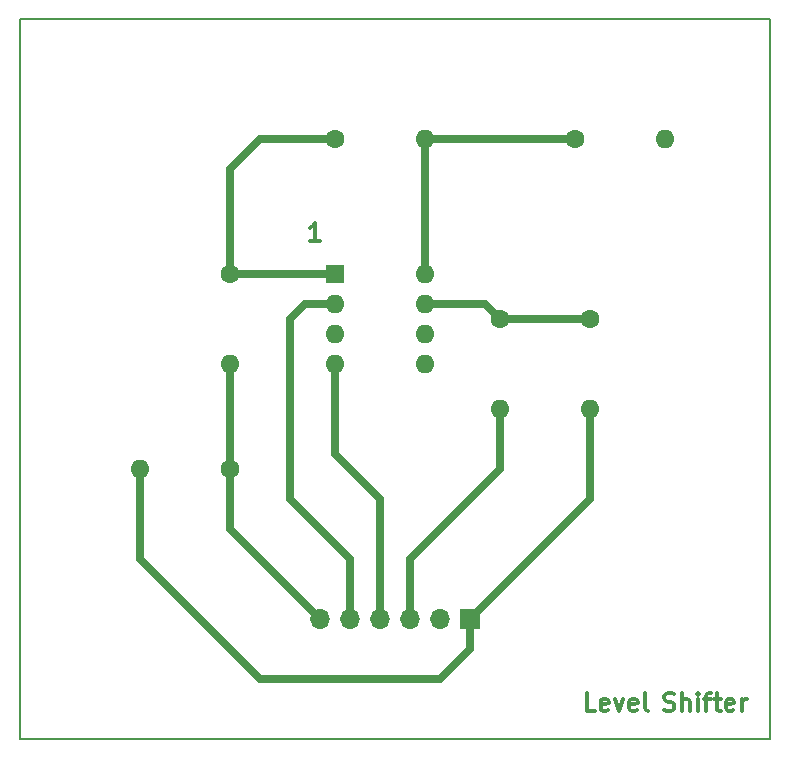
<source format=gbr>
%TF.GenerationSoftware,KiCad,Pcbnew,(7.0.0)*%
%TF.CreationDate,2024-03-15T09:40:47-04:00*%
%TF.ProjectId,DC-Offset-Amp,44432d4f-6666-4736-9574-2d416d702e6b,rev?*%
%TF.SameCoordinates,Original*%
%TF.FileFunction,Copper,L1,Top*%
%TF.FilePolarity,Positive*%
%FSLAX46Y46*%
G04 Gerber Fmt 4.6, Leading zero omitted, Abs format (unit mm)*
G04 Created by KiCad (PCBNEW (7.0.0)) date 2024-03-15 09:40:47*
%MOMM*%
%LPD*%
G01*
G04 APERTURE LIST*
%ADD10C,0.300000*%
%TA.AperFunction,NonConductor*%
%ADD11C,0.300000*%
%TD*%
%TA.AperFunction,NonConductor*%
%ADD12C,0.200000*%
%TD*%
%TA.AperFunction,ComponentPad*%
%ADD13O,1.600000X1.600000*%
%TD*%
%TA.AperFunction,ComponentPad*%
%ADD14R,1.600000X1.600000*%
%TD*%
%TA.AperFunction,ComponentPad*%
%ADD15C,1.600000*%
%TD*%
%TA.AperFunction,ComponentPad*%
%ADD16O,1.700000X1.700000*%
%TD*%
%TA.AperFunction,ComponentPad*%
%ADD17R,1.700000X1.700000*%
%TD*%
%TA.AperFunction,Conductor*%
%ADD18C,0.700000*%
%TD*%
G04 APERTURE END LIST*
D10*
D11*
X163021428Y-114473571D02*
X162307142Y-114473571D01*
X162307142Y-114473571D02*
X162307142Y-112973571D01*
X164092857Y-114402142D02*
X163950000Y-114473571D01*
X163950000Y-114473571D02*
X163664286Y-114473571D01*
X163664286Y-114473571D02*
X163521428Y-114402142D01*
X163521428Y-114402142D02*
X163450000Y-114259285D01*
X163450000Y-114259285D02*
X163450000Y-113687857D01*
X163450000Y-113687857D02*
X163521428Y-113545000D01*
X163521428Y-113545000D02*
X163664286Y-113473571D01*
X163664286Y-113473571D02*
X163950000Y-113473571D01*
X163950000Y-113473571D02*
X164092857Y-113545000D01*
X164092857Y-113545000D02*
X164164286Y-113687857D01*
X164164286Y-113687857D02*
X164164286Y-113830714D01*
X164164286Y-113830714D02*
X163450000Y-113973571D01*
X164664285Y-113473571D02*
X165021428Y-114473571D01*
X165021428Y-114473571D02*
X165378571Y-113473571D01*
X166521428Y-114402142D02*
X166378571Y-114473571D01*
X166378571Y-114473571D02*
X166092857Y-114473571D01*
X166092857Y-114473571D02*
X165949999Y-114402142D01*
X165949999Y-114402142D02*
X165878571Y-114259285D01*
X165878571Y-114259285D02*
X165878571Y-113687857D01*
X165878571Y-113687857D02*
X165949999Y-113545000D01*
X165949999Y-113545000D02*
X166092857Y-113473571D01*
X166092857Y-113473571D02*
X166378571Y-113473571D01*
X166378571Y-113473571D02*
X166521428Y-113545000D01*
X166521428Y-113545000D02*
X166592857Y-113687857D01*
X166592857Y-113687857D02*
X166592857Y-113830714D01*
X166592857Y-113830714D02*
X165878571Y-113973571D01*
X167449999Y-114473571D02*
X167307142Y-114402142D01*
X167307142Y-114402142D02*
X167235713Y-114259285D01*
X167235713Y-114259285D02*
X167235713Y-112973571D01*
X168849999Y-114402142D02*
X169064285Y-114473571D01*
X169064285Y-114473571D02*
X169421427Y-114473571D01*
X169421427Y-114473571D02*
X169564285Y-114402142D01*
X169564285Y-114402142D02*
X169635713Y-114330714D01*
X169635713Y-114330714D02*
X169707142Y-114187857D01*
X169707142Y-114187857D02*
X169707142Y-114045000D01*
X169707142Y-114045000D02*
X169635713Y-113902142D01*
X169635713Y-113902142D02*
X169564285Y-113830714D01*
X169564285Y-113830714D02*
X169421427Y-113759285D01*
X169421427Y-113759285D02*
X169135713Y-113687857D01*
X169135713Y-113687857D02*
X168992856Y-113616428D01*
X168992856Y-113616428D02*
X168921427Y-113545000D01*
X168921427Y-113545000D02*
X168849999Y-113402142D01*
X168849999Y-113402142D02*
X168849999Y-113259285D01*
X168849999Y-113259285D02*
X168921427Y-113116428D01*
X168921427Y-113116428D02*
X168992856Y-113045000D01*
X168992856Y-113045000D02*
X169135713Y-112973571D01*
X169135713Y-112973571D02*
X169492856Y-112973571D01*
X169492856Y-112973571D02*
X169707142Y-113045000D01*
X170349998Y-114473571D02*
X170349998Y-112973571D01*
X170992856Y-114473571D02*
X170992856Y-113687857D01*
X170992856Y-113687857D02*
X170921427Y-113545000D01*
X170921427Y-113545000D02*
X170778570Y-113473571D01*
X170778570Y-113473571D02*
X170564284Y-113473571D01*
X170564284Y-113473571D02*
X170421427Y-113545000D01*
X170421427Y-113545000D02*
X170349998Y-113616428D01*
X171707141Y-114473571D02*
X171707141Y-113473571D01*
X171707141Y-112973571D02*
X171635713Y-113045000D01*
X171635713Y-113045000D02*
X171707141Y-113116428D01*
X171707141Y-113116428D02*
X171778570Y-113045000D01*
X171778570Y-113045000D02*
X171707141Y-112973571D01*
X171707141Y-112973571D02*
X171707141Y-113116428D01*
X172207142Y-113473571D02*
X172778570Y-113473571D01*
X172421427Y-114473571D02*
X172421427Y-113187857D01*
X172421427Y-113187857D02*
X172492856Y-113045000D01*
X172492856Y-113045000D02*
X172635713Y-112973571D01*
X172635713Y-112973571D02*
X172778570Y-112973571D01*
X173064285Y-113473571D02*
X173635713Y-113473571D01*
X173278570Y-112973571D02*
X173278570Y-114259285D01*
X173278570Y-114259285D02*
X173349999Y-114402142D01*
X173349999Y-114402142D02*
X173492856Y-114473571D01*
X173492856Y-114473571D02*
X173635713Y-114473571D01*
X174707142Y-114402142D02*
X174564285Y-114473571D01*
X174564285Y-114473571D02*
X174278571Y-114473571D01*
X174278571Y-114473571D02*
X174135713Y-114402142D01*
X174135713Y-114402142D02*
X174064285Y-114259285D01*
X174064285Y-114259285D02*
X174064285Y-113687857D01*
X174064285Y-113687857D02*
X174135713Y-113545000D01*
X174135713Y-113545000D02*
X174278571Y-113473571D01*
X174278571Y-113473571D02*
X174564285Y-113473571D01*
X174564285Y-113473571D02*
X174707142Y-113545000D01*
X174707142Y-113545000D02*
X174778571Y-113687857D01*
X174778571Y-113687857D02*
X174778571Y-113830714D01*
X174778571Y-113830714D02*
X174064285Y-113973571D01*
X175421427Y-114473571D02*
X175421427Y-113473571D01*
X175421427Y-113759285D02*
X175492856Y-113616428D01*
X175492856Y-113616428D02*
X175564285Y-113545000D01*
X175564285Y-113545000D02*
X175707142Y-113473571D01*
X175707142Y-113473571D02*
X175849999Y-113473571D01*
D12*
X114300000Y-55880000D02*
X177800000Y-55880000D01*
X177800000Y-55880000D02*
X177800000Y-116840000D01*
X177800000Y-116840000D02*
X114300000Y-116840000D01*
X114300000Y-116840000D02*
X114300000Y-55880000D01*
D10*
D11*
X139692857Y-74673571D02*
X138835714Y-74673571D01*
X139264285Y-74673571D02*
X139264285Y-73173571D01*
X139264285Y-73173571D02*
X139121428Y-73387857D01*
X139121428Y-73387857D02*
X138978571Y-73530714D01*
X138978571Y-73530714D02*
X138835714Y-73602142D01*
D13*
%TO.P,U1,8,BYPASS*%
%TO.N,Net-(U1-BYPASS)*%
X148599999Y-77479999D03*
%TO.P,U1,7,VS*%
%TO.N,Net-(U1-VS)*%
X148599999Y-80019999D03*
%TO.P,U1,6*%
%TO.N,unconnected-(U1-Pad6)*%
X148599999Y-82559999D03*
%TO.P,U1,5,GND*%
%TO.N,unconnected-(U1-GND-Pad5)*%
X148599999Y-85099999D03*
%TO.P,U1,4,GND*%
%TO.N,N/C*%
X140979999Y-85099999D03*
%TO.P,U1,3,-*%
%TO.N,unconnected-(U1---Pad3)*%
X140979999Y-82559999D03*
%TO.P,U1,2,+*%
%TO.N,N/C*%
X140979999Y-80019999D03*
D14*
%TO.P,U1,1,NC*%
X140979999Y-77479999D03*
%TD*%
D13*
%TO.P,R5,2*%
%TO.N,N/C*%
X132079999Y-85089999D03*
D15*
%TO.P,R5,1*%
X132080000Y-77470000D03*
%TD*%
%TO.P,R3,1*%
%TO.N,Net-(U1-VS)*%
X162560000Y-81280000D03*
D13*
%TO.P,R3,2*%
%TO.N,N/C*%
X162559999Y-88899999D03*
%TD*%
%TO.P,R1,2*%
%TO.N,Net-(R1-Pad2)*%
X168909999Y-66039999D03*
D15*
%TO.P,R1,1*%
%TO.N,Net-(U1-BYPASS)*%
X161290000Y-66040000D03*
%TD*%
D16*
%TO.P,REF\u002A\u002A,6*%
%TO.N,N/C*%
X139699999Y-106679999D03*
%TO.P,REF\u002A\u002A,5*%
X142239999Y-106679999D03*
%TO.P,REF\u002A\u002A,4*%
X144779999Y-106679999D03*
%TO.P,REF\u002A\u002A,3*%
X147319999Y-106679999D03*
%TO.P,REF\u002A\u002A,2*%
X149859999Y-106679999D03*
D17*
%TO.P,REF\u002A\u002A,1*%
X152399999Y-106679999D03*
%TD*%
D15*
%TO.P,R4,1*%
%TO.N,N/C*%
X140970000Y-66040000D03*
D13*
%TO.P,R4,2*%
%TO.N,Net-(U1-BYPASS)*%
X148589999Y-66039999D03*
%TD*%
D15*
%TO.P,R6,1*%
%TO.N,N/C*%
X132080000Y-93980000D03*
D13*
%TO.P,R6,2*%
X124459999Y-93979999D03*
%TD*%
%TO.P,R2,2*%
%TO.N,N/C*%
X154939999Y-88899999D03*
D15*
%TO.P,R2,1*%
%TO.N,Net-(U1-VS)*%
X154940000Y-81280000D03*
%TD*%
D18*
%TO.N,*%
X152400000Y-109220000D02*
X152400000Y-106680000D01*
X149860000Y-111760000D02*
X152400000Y-109220000D01*
X134620000Y-111760000D02*
X149860000Y-111760000D01*
X124460000Y-101600000D02*
X134620000Y-111760000D01*
X124460000Y-93980000D02*
X124460000Y-101600000D01*
X162560000Y-96520000D02*
X152400000Y-106680000D01*
X162560000Y-88900000D02*
X162560000Y-96520000D01*
X147320000Y-101600000D02*
X147320000Y-106680000D01*
X154940000Y-93980000D02*
X147320000Y-101600000D01*
X154940000Y-88900000D02*
X154940000Y-93980000D01*
%TO.N,Net-(U1-VS)*%
X154940000Y-81280000D02*
X162560000Y-81280000D01*
X153680000Y-80020000D02*
X154940000Y-81280000D01*
X148600000Y-80020000D02*
X153680000Y-80020000D01*
%TO.N,*%
X132080000Y-99060000D02*
X139700000Y-106680000D01*
X132080000Y-93980000D02*
X132080000Y-99060000D01*
X132080000Y-85090000D02*
X132080000Y-93980000D01*
X144780000Y-96520000D02*
X144780000Y-106680000D01*
X140980000Y-92720000D02*
X144780000Y-96520000D01*
X140980000Y-85100000D02*
X140980000Y-92720000D01*
X142240000Y-101600000D02*
X142240000Y-106680000D01*
X138420000Y-80020000D02*
X137160000Y-81280000D01*
X137160000Y-81280000D02*
X137160000Y-96520000D01*
X140980000Y-80020000D02*
X138420000Y-80020000D01*
X137160000Y-96520000D02*
X142240000Y-101600000D01*
%TO.N,Net-(U1-BYPASS)*%
X148600000Y-66050000D02*
X148590000Y-66040000D01*
X148600000Y-77480000D02*
X148600000Y-66050000D01*
X161290000Y-66040000D02*
X148590000Y-66040000D01*
%TO.N,*%
X132080000Y-68580000D02*
X132080000Y-77470000D01*
X134620000Y-66040000D02*
X132080000Y-68580000D01*
X140970000Y-66040000D02*
X134620000Y-66040000D01*
X132090000Y-77480000D02*
X132080000Y-77470000D01*
X140980000Y-77480000D02*
X132090000Y-77480000D01*
%TD*%
M02*

</source>
